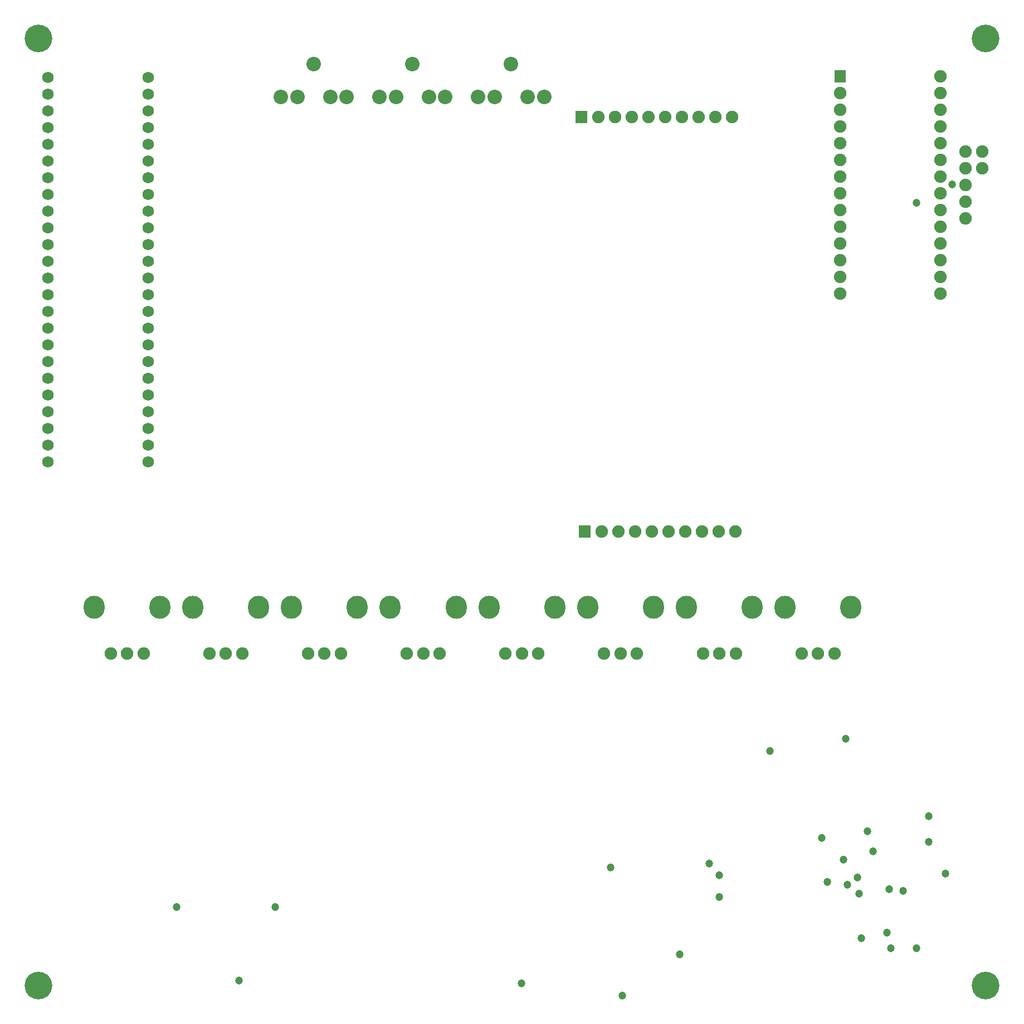
<source format=gbs>
G04 Layer: BottomSolderMaskLayer*
G04 EasyEDA v6.5.51, 2025-11-28 17:22:10*
G04 3f89507fd9de47f783310b3fc4076c63,ba7c814570024b70955b40637584d18f,10*
G04 Gerber Generator version 0.2*
G04 Scale: 100 percent, Rotated: No, Reflected: No *
G04 Dimensions in millimeters *
G04 leading zeros omitted , absolute positions ,4 integer and 5 decimal *
%FSLAX45Y45*%
%MOMM*%

%AMMACRO1*4,1,8,-0.8295,-0.9516,-0.889,-0.8921,-0.889,0.8921,-0.8295,0.9516,0.8295,0.9516,0.889,0.8921,0.889,-0.8921,0.8295,-0.9516,-0.8295,-0.9516,0*%
%AMMACRO2*4,1,8,-0.8041,-0.9515,-0.8636,-0.8919,-0.8636,0.892,-0.8041,0.9515,0.8041,0.9515,0.8636,0.892,0.8636,-0.8919,0.8041,-0.9515,-0.8041,-0.9515,0*%
%ADD10C,4.2032*%
%ADD11C,1.9032*%
%ADD12MACRO1*%
%ADD13C,2.2032*%
%ADD14MACRO2*%
%ADD15C,1.7272*%
%ADD16O,3.203194X3.503193*%
%ADD17C,1.2032*%
%ADD18C,0.0103*%

%LPD*%
D10*
G01*
X14550009Y10500004D03*
G01*
X150012Y10500004D03*
G01*
X150012Y-3899992D03*
G01*
X14550009Y-3899992D03*
D11*
G01*
X10743006Y2999994D03*
G01*
X10489006Y2999994D03*
G01*
X10235006Y2999994D03*
G01*
X9981006Y2999994D03*
G01*
X9727006Y2999994D03*
G01*
X9473006Y2999994D03*
G01*
X9219006Y2999994D03*
G01*
X8965006Y2999994D03*
G01*
X8711006Y2999994D03*
D12*
G01*
X8457001Y2999999D03*
D11*
G01*
X10692993Y9300006D03*
G01*
X10438993Y9300006D03*
G01*
X10184993Y9300006D03*
G01*
X9930993Y9300006D03*
G01*
X9676993Y9300006D03*
G01*
X9422993Y9300006D03*
G01*
X9168993Y9300006D03*
G01*
X8914993Y9300006D03*
G01*
X8660993Y9300006D03*
D12*
G01*
X8407001Y9299999D03*
D13*
G01*
X4337177Y10105262D03*
G01*
X3837177Y9605263D03*
G01*
X4837175Y9605263D03*
G01*
X4087164Y9605263D03*
G01*
X4587163Y9605263D03*
G01*
X7337196Y10105288D03*
G01*
X6837197Y9605289D03*
G01*
X7837195Y9605289D03*
G01*
X7087184Y9605289D03*
G01*
X7587183Y9605289D03*
G01*
X5837199Y10105288D03*
G01*
X5337200Y9605289D03*
G01*
X6337198Y9605289D03*
G01*
X5587187Y9605289D03*
G01*
X6087186Y9605289D03*
D14*
G01*
X12334001Y9924000D03*
D11*
G01*
X12333986Y9670008D03*
G01*
X12333986Y9416008D03*
G01*
X12333986Y9162008D03*
G01*
X12333986Y8908008D03*
G01*
X12333986Y8654008D03*
G01*
X12333986Y8400008D03*
G01*
X12333986Y8146008D03*
G01*
X12333986Y7892008D03*
G01*
X12333986Y7638008D03*
G01*
X12333986Y7384008D03*
G01*
X12333986Y7130008D03*
G01*
X12333986Y6876008D03*
G01*
X12333986Y6622008D03*
G01*
X13857986Y9670008D03*
G01*
X13857986Y9416008D03*
G01*
X13857986Y9162008D03*
G01*
X13857986Y8908008D03*
G01*
X13857986Y8654008D03*
G01*
X13857986Y8400008D03*
G01*
X13857986Y8146008D03*
G01*
X13857986Y7892008D03*
G01*
X13857986Y7638008D03*
G01*
X13857986Y7384008D03*
G01*
X13857986Y7130008D03*
G01*
X13857986Y6876008D03*
G01*
X13857986Y6622008D03*
G01*
X13857986Y9924008D03*
G01*
X14492986Y8781008D03*
G01*
X14492986Y8527008D03*
G01*
X14238986Y8273008D03*
G01*
X14238986Y8019008D03*
G01*
X14238986Y7765008D03*
G01*
X14238986Y8781008D03*
G01*
X14238986Y8527008D03*
D15*
G01*
X299999Y9900005D03*
G01*
X299999Y9646005D03*
G01*
X299999Y9392005D03*
G01*
X299999Y9138005D03*
G01*
X299999Y8884005D03*
G01*
X299999Y8630005D03*
G01*
X299999Y8376005D03*
G01*
X299999Y8122005D03*
G01*
X299999Y7868005D03*
G01*
X299999Y7614005D03*
G01*
X299999Y7360005D03*
G01*
X299999Y7106005D03*
G01*
X299999Y6852005D03*
G01*
X299999Y6598005D03*
G01*
X299999Y6344005D03*
G01*
X299999Y6090005D03*
G01*
X299999Y5836005D03*
G01*
X299999Y5582005D03*
G01*
X299999Y5328005D03*
G01*
X299999Y5074005D03*
G01*
X299999Y4820005D03*
G01*
X299999Y4566005D03*
G01*
X299999Y4312005D03*
G01*
X299999Y4058005D03*
G01*
X1823999Y4058005D03*
G01*
X1823999Y4312005D03*
G01*
X1823999Y4566005D03*
G01*
X1823999Y4820005D03*
G01*
X1823999Y5074005D03*
G01*
X1823999Y5328005D03*
G01*
X1823999Y5582005D03*
G01*
X1823999Y5836005D03*
G01*
X1823999Y6090005D03*
G01*
X1823999Y6344005D03*
G01*
X1823999Y6598005D03*
G01*
X1823999Y6852005D03*
G01*
X1823999Y7106005D03*
G01*
X1823999Y7360005D03*
G01*
X1823999Y7614005D03*
G01*
X1823999Y7868005D03*
G01*
X1823999Y8122005D03*
G01*
X1823999Y8376005D03*
G01*
X1823999Y8630005D03*
G01*
X1823999Y8884005D03*
G01*
X1823999Y9138005D03*
G01*
X1823999Y9392005D03*
G01*
X1823999Y9646005D03*
G01*
X1823999Y9900005D03*
D11*
G01*
X1250010Y1149985D03*
G01*
X1499996Y1149985D03*
G01*
X1750009Y1149985D03*
D16*
G01*
X1999995Y1849983D03*
G01*
X999997Y1849983D03*
D11*
G01*
X2750007Y1149985D03*
G01*
X2999993Y1149985D03*
G01*
X3250006Y1149985D03*
D16*
G01*
X3499993Y1849983D03*
G01*
X2499995Y1849983D03*
D11*
G01*
X4250004Y1149985D03*
G01*
X4499990Y1149985D03*
G01*
X4750003Y1149985D03*
D16*
G01*
X4999990Y1849983D03*
G01*
X3999991Y1849983D03*
D11*
G01*
X5750026Y1149985D03*
G01*
X6000013Y1149985D03*
G01*
X6250025Y1149985D03*
D16*
G01*
X6500012Y1849983D03*
G01*
X5500014Y1849983D03*
D11*
G01*
X7250023Y1149985D03*
G01*
X7500010Y1149985D03*
G01*
X7750022Y1149985D03*
D16*
G01*
X8000009Y1849983D03*
G01*
X7000011Y1849983D03*
D11*
G01*
X8750020Y1149985D03*
G01*
X9000007Y1149985D03*
G01*
X9250019Y1149985D03*
D16*
G01*
X9500006Y1849983D03*
G01*
X8500008Y1849983D03*
D11*
G01*
X10250017Y1149985D03*
G01*
X10500004Y1149985D03*
G01*
X10750016Y1149985D03*
D16*
G01*
X11000003Y1849983D03*
G01*
X10000005Y1849983D03*
D11*
G01*
X11750014Y1149985D03*
G01*
X12000001Y1149985D03*
G01*
X12250013Y1149985D03*
D16*
G01*
X12500000Y1849983D03*
G01*
X11500002Y1849983D03*
D17*
G01*
X13049986Y-3090011D03*
G01*
X13499998Y8000009D03*
G01*
X11267389Y-329996D03*
G01*
X12419990Y-150012D03*
G01*
X14040002Y8279993D03*
G01*
X12449987Y-2366975D03*
G01*
X12140006Y-2320010D03*
G01*
X13289991Y-2459989D03*
G01*
X13080009Y-2433015D03*
G01*
X12600000Y-2250008D03*
G01*
X12389993Y-1980006D03*
G01*
X12628448Y-2496515D03*
G01*
X2250008Y-2699994D03*
G01*
X3750005Y-2699994D03*
G01*
X7490002Y-3860012D03*
G01*
X8849995Y-2099995D03*
G01*
X9029954Y-4050029D03*
G01*
X3199993Y-3820007D03*
G01*
X12750012Y-1550009D03*
G01*
X10349991Y-2040001D03*
G01*
X12840004Y-1859991D03*
G01*
X10500004Y-2220010D03*
G01*
X10500004Y-2550007D03*
G01*
X9900005Y-3420008D03*
G01*
X13941196Y-2198801D03*
G01*
X12059996Y-1650009D03*
G01*
X13499998Y-3329990D03*
G01*
X12659995Y-3180003D03*
G01*
X13680008Y-1320012D03*
G01*
X13680008Y-1710004D03*
G01*
X13109956Y-3329939D03*
M02*

</source>
